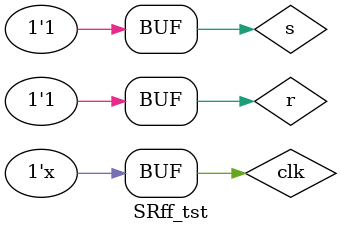
<source format=v>
`timescale 1ns / 1ps


module SRff_tst;

	// Inputs
	reg s;
	reg r;
	reg clk;

	// Outputs
	wire q;
	wire qbar;

	// Instantiate the Unit Under Test (UUT)
	SRff uut (
		.s(s), 
		.r(r), 
		.clk(clk), 
		.q(q), 
		.qbar(qbar)
	);
	always #50 clk=~clk;
	initial begin
		// Initialize Inputs
		s = 0;
		r = 0;
		clk = 0;

		// Wait 100 ns for global reset to finish
		#100;
        
		// Add stimulus here
		s=0; r=1;
		#100; s=1; r=0;
		#100; s=1; r=1;
   end
		
      
endmodule


</source>
